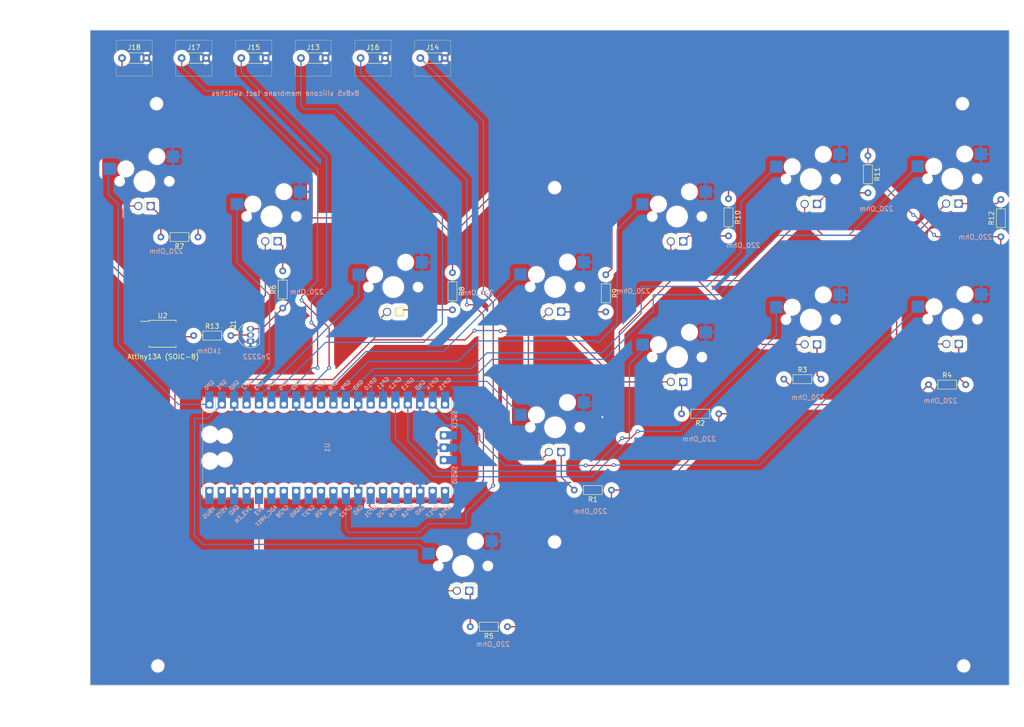
<source format=kicad_pcb>
(kicad_pcb (version 20221018) (generator pcbnew)
  (layers (0 "F.Cu" signal) (31 "B.Cu" signal) (34 "B.Paste" user) (35 "F.Paste" user) (36 "B.SilkS" user "B.Silkscreen") (37 "F.SilkS" user "F.Silkscreen") (38 "B.Mask" user) (39 "F.Mask" user) (44 "Edge.Cuts" user))
  (net 0 "")
  (net 1 "GND")
  (net 2 "/right_in")
  (net 3 "/left_in")
  (net 4 "/down_in")
  (net 5 "/up_in")
  (net 6 "/start")
  (net 7 "/sel")
  (net 8 "/home")
  (net 9 "/l3")
  (net 10 "/r3")
  (net 11 "/a")
  (net 12 "/b")
  (net 13 "/rt")
  (net 14 "/lt")
  (net 15 "/x")
  (net 16 "/y")
  (net 17 "/r1")
  (net 18 "/l1")
  (net 19 "Net-(Q1-B)")
  (net 20 "/led_pwr")
  (net 21 "Net-(U2-PB1)")
  (net 43 "Net-(J18-Pin_1)")
  (net 44 "Net-(J2-Pin_4)")
  (net 45 "Net-(J3-Pin_4)")
  (net 46 "Net-(J4-Pin_4)")
  (net 47 "Net-(J5-Pin_4)")
  (net 48 "Net-(J6-Pin_4)")
  (net 49 "Net-(J7-Pin_4)")
  (net 50 "Net-(J8-Pin_4)")
  (net 51 "Net-(J9-Pin_4)")
  (net 52 "Net-(J10-Pin_4)")
  (net 53 "Net-(J11-Pin_4)")
  (net 54 "Net-(J12-Pin_4)")
  (net 55 "Net-(J1-Pin_4)")
  (net 56 "/gnd_led")
  (footprint "Resistor_THT:R_Axial_DIN0204_L3.6mm_D1.6mm_P7.62mm_Horizontal" (layer "F.Cu") (at 73.16 69.9 180)
    (fp_text reference "R7")
    (fp_text value "R")
  )
  (footprint "Resistor_THT:R_Axial_DIN0204_L3.6mm_D1.6mm_P7.62mm_Horizontal" (layer "F.Cu") (at 90.5 84.47 90)
    (fp_text reference "R6")
    (fp_text value "R")
  )
  (footprint "Resistor_THT:R_Axial_DIN0204_L3.6mm_D1.6mm_P7.62mm_Horizontal" (layer "F.Cu") (at 125.26 77.21 -90)
    (fp_text reference "R8")
    (fp_text value "R")
  )
  (footprint "cheery:MX-Hotswap-1U-LED" (layer "F.Cu") (at 127.43 137.31)
    (fp_text reference "J5" hide)
    (fp_text value "up")
  )
  (footprint "cheery:MX-Hotswap-1U-LED" (layer "F.Cu") (at 227.625 57.98)
    (fp_text reference "J12" hide)
    (fp_text value "LB")
  )
  (footprint "cheery:MX-Hotswap-1U-LED" (layer "F.Cu") (at 227.675 86.74)
    (fp_text reference "J4" hide)
    (fp_text value "LT")
  )
  (footprint "Package_SO:SOIC-8W_5.3x5.3mm_P1.27mm" (layer "F.Cu") (at 65.9 89.72)
    (fp_text reference "U2")
    (fp_text value "ATtiny13A-S")
  )
  (footprint "cheery:MX-Hotswap-1U-LED" (layer "F.Cu") (at 62.188 58.48)
    (fp_text reference "J7" hide)
    (fp_text value "left")
  )
  (footprint "cheery:MX-Hotswap-1U-LED" (layer "F.Cu") (at 171.25 65.71)
    (fp_text reference "J10" hide)
    (fp_text value "Y")
  )
  (footprint "Resistor_THT:R_Axial_DIN0204_L3.6mm_D1.6mm_P7.62mm_Horizontal" (layer "F.Cu") (at 136.52 149.76 180)
    (fp_text reference "R5")
    (fp_text value "R")
  )
  (footprint "Resistor_THT:R_Axial_DIN0204_L3.6mm_D1.6mm_P7.62mm_Horizontal" (layer "F.Cu") (at 222.75 100.15)
    (fp_text reference "R4")
    (fp_text value "R")
  )
  (footprint "Resistor_THT:R_Axial_DIN0204_L3.6mm_D1.6mm_P7.62mm_Horizontal" (layer "F.Cu") (at 237.56 69.85 90)
    (fp_text reference "R12")
    (fp_text value "R")
  )
  (footprint "Resistor_THT:R_Axial_DIN0204_L3.6mm_D1.6mm_P7.62mm_Horizontal" (layer "F.Cu") (at 210.34 53.23 -90)
    (fp_text reference "R11")
    (fp_text value "R")
  )
  (footprint "cheery:MX-Hotswap-1U-LED" (layer "F.Cu") (at 171.26 94.51)
    (fp_text reference "J2" hide)
    (fp_text value "B")
  )
  (footprint "cheery:MX-Hotswap-1U-LED" (layer "F.Cu") (at 146.27 108.89)
    (fp_text reference "J1" hide)
    (fp_text value "A")
  )
  (footprint "Resistor_THT:R_Axial_DIN0204_L3.6mm_D1.6mm_P7.62mm_Horizontal" (layer "F.Cu") (at 156.66 77.62 -90)
    (fp_text reference "R9")
    (fp_text value "R")
  )
  (footprint "Resistor_THT:R_Axial_DIN0204_L3.6mm_D1.6mm_P7.62mm_Horizontal" (layer "F.Cu") (at 181.78 62.05 -90)
    (fp_text reference "R10")
    (fp_text value "R")
  )
  (footprint "cheery:Silicone_Button_2pin_7.4x7.4" (layer "F.Cu") (at 69.8 33.23)
    (fp_text reference "J17")
    (fp_text value "start")
  )
  (footprint "cheery:MX-Hotswap-1U-LED" (layer "F.Cu") (at 198.65 86.83)
    (fp_text reference "J3" hide)
    (fp_text value "RT")
  )
  (footprint "cheery:MX-Hotswap-1U-LED" (layer "F.Cu") (at 198.65 58.04)
    (fp_text reference "J11" hide)
    (fp_text value "RB")
  )
  (footprint "cheery:Silicone_Button_2pin_7.4x7.4" (layer "F.Cu") (at 94.24 33.23)
    (fp_text reference "J13")
    (fp_text value "home")
  )
  (footprint "Resistor_THT:R_Axial_DIN0204_L3.6mm_D1.6mm_P7.62mm_Horizontal" (layer "F.Cu") (at 179.8 106.13 180)
    (fp_text reference "R2")
    (fp_text value "R")
  )
  (footprint "cheery:MX-Hotswap-1U-LED" (layer "F.Cu") (at 146.27 80.12)
    (fp_text reference "J9" hide)
    (fp_text value "X")
  )
  (footprint "Resistor_THT:R_Axial_DIN0204_L3.6mm_D1.6mm_P7.62mm_Horizontal" (layer "F.Cu") (at 72.26 90.1)
    (fp_text reference "R13")
    (fp_text value "2.2k")
  )
  (footprint "cheery:Silicone_Button_2pin_7.4x7.4" (layer "F.Cu") (at 106.46 33.23)
    (fp_text reference "J16")
    (fp_text value "l3")
  )
  (footprint "Package_TO_SOT_THT:TO-92_Inline" (layer "F.Cu") (at 83.9 91.25 90)
    (fp_text reference "Q1")
    (fp_text value "2N3904")
  )
  (footprint "cheery:MX-Hotswap-1U-LED" (layer "F.Cu") (at 88.2 65.69)
    (fp_text reference "J6" hide)
    (fp_text value "down")
  )
  (footprint "cheery:Silicone_Button_2pin_7.4x7.4" (layer "F.Cu") (at 118.68 33.23)
    (fp_text reference "J14")
    (fp_text value "r3")
  )
  (footprint "Resistor_THT:R_Axial_DIN0204_L3.6mm_D1.6mm_P7.62mm_Horizontal" (layer "F.Cu") (at 193.11 99.02)
    (fp_text reference "R3")
    (fp_text value "R")
  )
  (footprint "Resistor_THT:R_Axial_DIN0204_L3.6mm_D1.6mm_P7.62mm_Horizontal" (layer "F.Cu") (at 157.82 121.75 180)
    (fp_text reference "R1")
    (fp_text value "R")
  )
  (footprint "cheery:Silicone_Button_2pin_7.4x7.4" (layer "F.Cu") (at 82.02 33.23)
    (fp_text reference "J15")
    (fp_text value "select")
  )
  (footprint "cheery:Silicone_Button_2pin_7.4x7.4" (layer "F.Cu") (at 57.58 33.23)
    (fp_text reference "J18")
    (fp_text value "Conn_01x02")
  )
  (footprint "cheery:MX-Hotswap-1U-LED" (layer "F.Cu") (at 113.13 80.16)
    (fp_text reference "J8" hide)
    (fp_text value "right")
  )
  (footprint "PICO PI:RPi_Pico_SMD_TH" (layer "B.Cu") (at 99.61 113.08 -90)
    (fp_text reference "U1")
    (fp_text value "Pico")
  )
  (gr_circle (center 64.67 42.59) (end 66.02 42.59) (stroke (width 0.1)) (fill none) (layer "Edge.Cuts"))
  (gr_circle (center 229.96 157.8) (end 231.31 157.8) (stroke (width 0.1)) (fill none) (layer "Edge.Cuts"))
  (gr_circle (center 229.7 42.59) (end 231.05 42.59) (stroke (width 0.1)) (fill none) (layer "Edge.Cuts"))
  (gr_circle (center 146.18 132.39) (end 147.53 132.39) (stroke (width 0.1)) (fill none) (layer "Edge.Cuts"))
  (gr_circle (center 64.93 157.8) (end 66.28 157.8) (stroke (width 0.1)) (fill none) (layer "Edge.Cuts"))
  (gr_circle (center 146.18 59.79) (end 147.53 59.79) (stroke (width 0.1)) (fill none) (layer "Edge.Cuts"))
  (gr_rect (start 51.09 27.54) (end 239.28 161.76) (stroke (width 0.1)) (fill none) (layer "Edge.Cuts"))
  (gr_text "220_Ohm" (at 228.73 104.04) (layer "B.SilkS") (effects (font (size 1 1)) (justify left bottom mirror)))
  (gr_text "220_Ohm" (at 70.18 73.39) (layer "B.SilkS") (effects (font (size 1 1)) (justify left bottom mirror)))
  (gr_text "2n2222" (at 88.06 95.01) (layer "B.SilkS") (effects (font (size 1 1)) (justify left bottom mirror)))
  (gr_text "220_Ohm" (at 133.87 81.9) (layer "B.SilkS") (effects (font (size 1 1)) (justify left bottom mirror)))
  (gr_text "1kOhm" (at 78.01 93.82) (layer "B.SilkS") (effects (font (size 1 1)) (justify left bottom mirror)))
  (gr_text "220_Ohm" (at 215.62 64.7) (layer "B.SilkS") (effects (font (size 1 1)) (justify left bottom mirror)))
  (gr_text "220_Ohm" (at 137.11 153.94) (layer "B.SilkS") (effects (font (size 1 1)) (justify left bottom mirror)))
  (gr_text "220_Ohm" (at 235.89 70.49) (layer "B.SilkS") (effects (font (size 1 1)) (justify left bottom mirror)))
  (gr_text "8x8x5 silicone membrane tact switches" (at 106.28 41.03) (layer "B.SilkS") (effects (font (size 1 1)) (justify left bottom mirror)))
  (gr_text "220_Ohm" (at 165.89 81.56) (layer "B.SilkS") (effects (font (size 1 1)) (justify left bottom mirror)))
  (gr_text "220_Ohm" (at 201.65 103.36) (layer "B.SilkS") (effects (font (size 1 1)) (justify left bottom mirror)))
  (gr_text "220_Ohm" (at 98.96 81.73) (layer "B.SilkS") (effects (font (size 1 1)) (justify left bottom mirror)))
  (gr_text "220_Ohm" (at 179.34 111.88) (layer "B.SilkS") (effects (font (size 1 1)) (justify left bottom mirror)))
  (gr_text "220_Ohm" (at 188.37 72.19) (layer "B.SilkS") (effects (font (size 1 1)) (justify left bottom mirror)))
  (gr_text "220_Ohm" (at 157.03 126.69) (layer "B.SilkS") (effects (font (size 1 1)) (justify left bottom mirror)))
  (gr_text "Attiny13A (SOIC-8)" (at 58.59 95.01) (layer "F.SilkS") (effects (font (size 1 1)) (justify left bottom)))
  (via (at 155.95 106.81) (size 0.8) (drill 0.4) (layers "F.Cu" "B.Cu") (net 1))
  (segment (start 152.95 103.81) (end 155.95 106.81) (width 0.25) (layer "B.Cu") (net 1))
  (segment (start 152.112 103.81) (end 152.95 103.81) (width 0.25) (layer "B.Cu") (net 1))
  (segment (start 85.64 104.19) (end 85.64 102.58) (width 0.25) (layer "B.Cu") (net 2))
  (segment (start 106.045 82.175) (end 106.045 77.62) (width 0.25) (layer "B.Cu") (net 2))
  (segment (start 85.64 102.58) (end 106.045 82.175) (width 0.25) (layer "B.Cu") (net 2))
  (segment (start 56.85 63.2) (end 54.78 61.13) (width 0.25) (layer "B.Cu") (net 3))
  (segment (start 56.85 91.9) (end 56.85 63.2) (width 0.25) (layer "B.Cu") (net 3))
  (segment (start 69.14 104.19) (end 56.85 91.9) (width 0.25) (layer "B.Cu") (net 3))
  (segment (start 54.78 56.263) (end 55.103 55.94) (width 0.25) (layer "B.Cu") (net 3))
  (segment (start 54.78 61.13) (end 54.78 56.263) (width 0.25) (layer "B.Cu") (net 3))
  (segment (start 75.48 104.19) (end 69.14 104.19) (width 0.25) (layer "B.Cu") (net 3))
  (segment (start 87.81 81.77) (end 81.115 75.075) (width 0.25) (layer "B.Cu") (net 4))
  (segment (start 83.1 104.19) (end 83.1 100.74) (width 0.25) (layer "B.Cu") (net 4))
  (segment (start 81.115 75.075) (end 81.115 63.15) (width 0.25) (layer "B.Cu") (net 4))
  (segment (start 83.1 100.74) (end 87.81 96.03) (width 0.25) (layer "B.Cu") (net 4))
  (segment (start 87.81 96.03) (end 87.81 81.77) (width 0.25) (layer "B.Cu") (net 4))
  (segment (start 78.02 104.19) (end 75.11 107.1) (width 0.25) (layer "B.Cu") (net 5))
  (segment (start 74.195 132.895) (end 118.47 132.895) (width 0.25) (layer "B.Cu") (net 5))
  (segment (start 75.11 107.1) (end 72.42 107.1) (width 0.25) (layer "B.Cu") (net 5))
  (segment (start 118.47 132.895) (end 120.345 134.77) (width 0.25) (layer "B.Cu") (net 5))
  (segment (start 72.42 107.1) (end 72.42 131.12) (width 0.25) (layer "B.Cu") (net 5))
  (segment (start 72.42 131.12) (end 74.195 132.895) (width 0.25) (layer "B.Cu") (net 5))
  (segment (start 100 88.53) (end 94.36 82.89) (width 0.25) (layer "F.Cu") (net 6))
  (segment (start 100 96.73) (end 100 88.53) (width 0.25) (layer "F.Cu") (net 6))
  (via (at 94.36 82.89) (size 0.8) (drill 0.4) (layers "F.Cu" "B.Cu") (net 6))
  (via (at 100 96.73) (size 0.8) (drill 0.4) (layers "F.Cu" "B.Cu") (net 6))
  (segment (start 74.7 39.92) (end 69.8 35.02) (width 0.25) (layer "B.Cu") (net 6))
  (segment (start 95.8 100.93) (end 100 96.73) (width 0.25) (layer "B.Cu") (net 6))
  (segment (start 97.64 78.88) (end 97.64 55.95) (width 0.25) (layer "B.Cu") (net 6))
  (segment (start 95.8 104.19) (end 95.8 100.93) (width 0.25) (layer "B.Cu") (net 6))
  (segment (start 81.61 39.92) (end 74.7 39.92) (width 0.25) (layer "B.Cu") (net 6))
  (segment (start 97.64 55.95) (end 81.61 39.92) (width 0.25) (layer "B.Cu") (net 6))
  (segment (start 94.36 82.89) (end 94.36 82.16) (width 0.25) (layer "B.Cu") (net 6))
  (segment (start 69.8 35.02) (end 69.8 33.23) (width 0.25) (layer "B.Cu") (net 6))
  (segment (start 94.36 82.16) (end 97.64 78.88) (width 0.25) (layer "B.Cu") (net 6))
  (segment (start 97.64 96.73) (end 97.64 88.72) (width 0.25) (layer "F.Cu") (net 7))
  (segment (start 97.64 88.72) (end 96.36 87.44) (width 0.25) (layer "F.Cu") (net 7))
  (via (at 97.64 96.73) (size 0.8) (drill 0.4) (layers "F.Cu" "B.Cu") (net 7))
  (via (at 96.36 87.44) (size 0.8) (drill 0.4) (layers "F.Cu" "B.Cu") (net 7))
  (segment (start 96.36 87.44) (end 96.36 82.89) (width 0.25) (layer "B.Cu") (net 7))
  (segment (start 82.02 36.14) (end 82.02 33.23) (width 0.25) (layer "B.Cu") (net 7))
  (segment (start 90.72 104.19) (end 90.72 102.58) (width 0.25) (layer "B.Cu") (net 7))
  (segment (start 96.57 96.73) (end 97.64 96.73) (width 0.25) (layer "B.Cu") (net 7))
  (segment (start 99.46 53.58) (end 82.02 36.14) (width 0.25) (layer "B.Cu") (net 7))
  (segment (start 90.72 102.58) (end 96.57 96.73) (width 0.25) (layer "B.Cu") (net 7))
  (segment (start 99.46 79.79) (end 99.46 53.58) (width 0.25) (layer "B.Cu") (net 7))
  (segment (start 96.36 82.89) (end 99.46 79.79) (width 0.25) (layer "B.Cu") (net 7))
  (segment (start 123.19 87.66) (end 123.19 65.6) (width 0.25) (layer "B.Cu") (net 8))
  (segment (start 94.24 43.02) (end 94.24 33.23) (width 0.25) (layer "B.Cu") (net 8))
  (segment (start 88.18 104.19) (end 88.18 102.58) (width 0.25) (layer "B.Cu") (net 8))
  (segment (start 101.29 43.7) (end 94.92 43.7) (width 0.25) (layer "B.Cu") (net 8))
  (segment (start 123.19 65.6) (end 101.29 43.7) (width 0.25) (layer "B.Cu") (net 8))
  (segment (start 94.92 43.7) (end 94.24 43.02) (width 0.25) (layer "B.Cu") (net 8))
  (segment (start 99.27 91.49) (end 119.36 91.49) (width 0.25) (layer "B.Cu") (net 8))
  (segment (start 119.36 91.49) (end 123.19 87.66) (width 0.25) (layer "B.Cu") (net 8))
  (segment (start 88.18 102.58) (end 99.27 91.49) (width 0.25) (layer "B.Cu") (net 8))
  (segment (start 108.7 125.48) (end 108.15 124.93) (width 0.25) (layer "F.Cu") (net 9))
  (segment (start 129.5 83.79) (end 131.6 85.89) (width 0.25) (layer "F.Cu") (net 9))
  (segment (start 131.6 85.89) (end 131.6 119.76) (width 0.25) (layer "F.Cu") (net 9))
  (segment (start 108.15 124.93) (end 108.5 124.58) (width 0.25) (layer "F.Cu") (net 9))
  (segment (start 126.72 124.64) (end 126.72 125.48) (width 0.25) (layer "F.Cu") (net 9))
  (segment (start 131.6 119.76) (end 126.72 124.64) (width 0.25) (layer "F.Cu") (net 9))
  (segment (start 108.5 124.58) (end 108.5 121.97) (width 0.25) (layer "F.Cu") (net 9))
  (segment (start 128.2 83.79) (end 129.5 83.79) (width 0.25) (layer "F.Cu") (net 9))
  (segment (start 126.72 125.48) (end 108.7 125.48) (width 0.25) (layer "F.Cu") (net 9))
  (via (at 128.2 83.79) (size 0.8) (drill 0.4) (layers "F.Cu" "B.Cu") (net 9))
  (segment (start 106.46 36.44) (end 126.26 56.24) (width 0.25) (layer "B.Cu") (net 9))
  (segment (start 126.26 56.24) (end 128.2 58.18) (width 0.25) (layer "B.Cu") (net 9))
  (segment (start 128.2 58.18) (end 128.2 83.79) (width 0.25) (layer "B.Cu") (net 9))
  (segment (start 106.46 33.23) (end 106.46 36.44) (width 0.25) (layer "B.Cu") (net 9))
  (segment (start 133.61 120.83) (end 133.61 83.37) (width 0.25) (layer "F.Cu") (net 10))
  (segment (start 133.61 83.37) (end 131.6 81.36) (width 0.25) (layer "F.Cu") (net 10))
  (via (at 133.61 120.83) (size 0.8) (drill 0.4) (layers "F.Cu" "B.Cu") (net 10))
  (via (at 131.6 81.36) (size 0.8) (drill 0.4) (layers "F.Cu" "B.Cu") (net 10))
  (segment (start 118.53 130.42) (end 119.67 129.28) (width 0.25) (layer "B.Cu") (net 10))
  (segment (start 131.6 81.36) (end 131.6 46.15) (width 0.25) (layer "B.Cu") (net 10))
  (segment (start 119.67 129.28) (end 120.29 128.66) (width 0.25) (layer "B.Cu") (net 10))
  (segment (start 103.42 121.97) (end 103.42 129.8) (width 0.25) (layer "B.Cu") (net 10))
  (segment (start 104.04 130.42) (end 118.53 130.42) (width 0.25) (layer "B.Cu") (net 10))
  (segment (start 128.06 128.66) (end 128.06 126.38) (width 0.25) (layer "B.Cu") (net 10))
  (segment (start 128.06 126.38) (end 133.61 120.83) (width 0.25) (layer "B.Cu") (net 10))
  (segment (start 131.6 46.15) (end 118.68 33.23) (width 0.25) (layer "B.Cu") (net 10))
  (segment (start 103.42 129.8) (end 104.04 130.42) (width 0.25) (layer "B.Cu") (net 10))
  (segment (start 120.29 128.66) (end 128.06 128.66) (width 0.25) (layer "B.Cu") (net 10))
  (segment (start 111.04 104.19) (end 111.04 99.58) (width 0.25) (layer "B.Cu") (net 11))
  (segment (start 111.04 99.58) (end 110.94 99.48) (width 0.25) (layer "B.Cu") (net 11))
  (segment (start 132.315 99.48) (end 139.185 106.35) (width 0.25) (layer "B.Cu") (net 11))
  (segment (start 110.94 99.48) (end 132.315 99.48) (width 0.25) (layer "B.Cu") (net 11))
  (segment (start 153.83 119.03) (end 161.5 111.36) (width 0.25) (layer "B.Cu") (net 12))
  (segment (start 161.5 95.9) (end 164.175 93.225) (width 0.25) (layer "B.Cu") (net 12))
  (segment (start 164.175 93.225) (end 164.175 91.97) (width 0.25) (layer "B.Cu") (net 12))
  (segment (start 161.5 111.36) (end 161.5 95.9) (width 0.25) (layer "B.Cu") (net 12))
  (segment (start 113.58 111.27) (end 121.34 119.03) (width 0.25) (layer "B.Cu") (net 12))
  (segment (start 113.58 104.19) (end 113.58 111.27) (width 0.25) (layer "B.Cu") (net 12))
  (segment (start 121.34 119.03) (end 153.83 119.03) (width 0.25) (layer "B.Cu") (net 12))
  (segment (start 161.79 111.12) (end 163.19 109.72) (width 0.25) (layer "F.Cu") (net 13))
  (segment (start 160.03 111.12) (end 161.79 111.12) (width 0.25) (layer "F.Cu") (net 13))
  (via (at 160.03 111.12) (size 0.8) (drill 0.4) (layers "F.Cu" "B.Cu") (net 13))
  (via (at 163.19 109.72) (size 0.8) (drill 0.4) (layers "F.Cu" "B.Cu") (net 13))
  (segment (start 171.87 109.72) (end 191.565 90.025) (width 0.25) (layer "B.Cu") (net 13))
  (segment (start 119.81 115.38) (end 122.31 117.88) (width 0.25) (layer "B.Cu") (net 13))
  (segment (start 122.31 117.88) (end 152.38 117.88) (width 0.25) (layer "B.Cu") (net 13))
  (segment (start 152.38 117.88) (end 153.27 117.88) (width 0.25) (layer "B.Cu") (net 13))
  (segment (start 191.565 90.025) (end 191.565 84.29) (width 0.25) (layer "B.Cu") (net 13))
  (segment (start 116.12 111.69) (end 119.81 115.38) (width 0.25) (layer "B.Cu") (net 13))
  (segment (start 153.27 117.88) (end 160.03 111.12) (width 0.25) (layer "B.Cu") (net 13))
  (segment (start 116.12 104.19) (end 116.12 111.69) (width 0.25) (layer "B.Cu") (net 13))
  (segment (start 163.19 109.72) (end 171.87 109.72) (width 0.25) (layer "B.Cu") (net 13))
  (segment (start 152.53 116.71) (end 158.18 116.71) (width 0.25) (layer "F.Cu") (net 14))
  (segment (start 158.18 116.71) (end 158.26 116.63) (width 0.25) (layer "F.Cu") (net 14))
  (via (at 152.53 116.71) (size 0.8) (drill 0.4) (layers "F.Cu" "B.Cu") (net 14))
  (via (at 158.26 116.63) (size 0.8) (drill 0.4) (layers "F.Cu" "B.Cu") (net 14))
  (segment (start 158.26 116.63) (end 188.16 116.63) (width 0.25) (layer "B.Cu") (net 14))
  (segment (start 188.16 116.63) (end 220.59 84.2) (width 0.25) (layer "B.Cu") (net 14))
  (segment (start 124.23 107.22) (end 125.99 107.22) (width 0.25) (layer "B.Cu") (net 14))
  (segment (start 125.99 107.22) (end 127.75 107.22) (width 0.25) (layer "B.Cu") (net 14))
  (segment (start 130.84 111.56) (end 135.99 116.71) (width 0.25) (layer "B.Cu") (net 14))
  (segment (start 137.02 116.71) (end 152.53 116.71) (width 0.25) (layer "B.Cu") (net 14))
  (segment (start 135.99 116.71) (end 137.02 116.71) (width 0.25) (layer "B.Cu") (net 14))
  (segment (start 121.2 104.19) (end 124.23 107.22) (width 0.25) (layer "B.Cu") (net 14))
  (segment (start 130.84 110.31) (end 130.84 111.56) (width 0.25) (layer "B.Cu") (net 14))
  (segment (start 127.75 107.22) (end 130.84 110.31) (width 0.25) (layer "B.Cu") (net 14))
  (segment (start 98.34 102.58) (end 107.56 93.36) (width 0.25) (layer "B.Cu") (net 15))
  (segment (start 98.34 104.19) (end 98.34 102.58) (width 0.25) (layer "B.Cu") (net 15))
  (segment (start 107.56 93.36) (end 123.405 93.36) (width 0.25) (layer "B.Cu") (net 15))
  (segment (start 123.405 93.36) (end 139.185 77.58) (width 0.25) (layer "B.Cu") (net 15))
  (segment (start 126.38 95.39) (end 130.58 91.19) (width 0.25) (layer "B.Cu") (net 16))
  (segment (start 155.07 91.63) (end 158.98 87.72) (width 0.25) (layer "B.Cu") (net 16))
  (segment (start 100.88 104.19) (end 100.88 102.58) (width 0.25) (layer "B.Cu") (net 16))
  (segment (start 100.88 102.58) (end 108.07 95.39) (width 0.25) (layer "B.Cu") (net 16))
  (segment (start 158.98 68.355) (end 164.165 63.17) (width 0.25) (layer "B.Cu") (net 16))
  (segment (start 108.07 95.39) (end 126.38 95.39) (width 0.25) (layer "B.Cu") (net 16))
  (segment (start 154.63 91.19) (end 155.07 91.63) (width 0.25) (layer "B.Cu") (net 16))
  (segment (start 130.58 91.19) (end 154.63 91.19) (width 0.25) (layer "B.Cu") (net 16))
  (segment (start 158.98 87.72) (end 158.98 68.355) (width 0.25) (layer "B.Cu") (net 16))
  (segment (start 103.42 102.58) (end 109.16 96.84) (width 0.25) (layer "B.Cu") (net 17))
  (segment (start 109.16 96.84) (end 129.13 96.84) (width 0.25) (layer "B.Cu") (net 17))
  (segment (start 163.91 80.03) (end 177.38 80.03) (width 0.25) (layer "B.Cu") (net 17))
  (segment (start 163.91 85.54) (end 163.91 80.03) (width 0.25) (layer "B.Cu") (net 17))
  (segment (start 177.38 80.03) (end 184.33 73.08) (width 0.25) (layer "B.Cu") (net 17))
  (segment (start 103.42 104.19) (end 103.42 102.58) (width 0.25) (layer "B.Cu") (net 17))
  (segment (start 184.33 73.08) (end 184.33 62.735) (width 0.25) (layer "B.Cu") (net 17))
  (segment (start 155.8 93.65) (end 163.91 85.54) (width 0.25) (layer "B.Cu") (net 17))
  (segment (start 132.32 93.65) (end 155.8 93.65) (width 0.25) (layer "B.Cu") (net 17))
  (segment (start 184.33 62.735) (end 191.565 55.5) (width 0.25) (layer "B.Cu") (net 17))
  (segment (start 129.13 96.84) (end 132.32 93.65) (width 0.25) (layer "B.Cu") (net 17))
  (segment (start 130 98.29) (end 133.33 94.96) (width 0.25) (layer "B.Cu") (net 18))
  (segment (start 108.5 104.19) (end 108.7 103.99) (width 0.25) (layer "B.Cu") (net 18))
  (segment (start 108.7 99.45) (end 109.28 98.87) (width 0.25) (layer "B.Cu") (net 18))
  (segment (start 206.44 69.54) (end 220.54 55.44) (width 0.25) (layer "B.Cu") (net 18))
  (segment (start 179.76 81.73) (end 191.95 69.54) (width 0.25) (layer "B.Cu") (net 18))
  (segment (start 166.38 85.41) (end 166.38 81.88) (width 0.25) (layer "B.Cu") (net 18))
  (segment (start 109.28 98.87) (end 109.28 98.29) (width 0.25) (layer "B.Cu") (net 18))
  (segment (start 156.35 94.96) (end 165.9 85.41) (width 0.25) (layer "B.Cu") (net 18))
  (segment (start 133.33 94.96) (end 156.35 94.96) (width 0.25) (layer "B.Cu") (net 18))
  (segment (start 166.38 81.88) (end 166.53 81.73) (width 0.25) (layer "B.Cu") (net 18))
  (segment (start 165.9 85.41) (end 166.38 85.41) (width 0.25) (layer "B.Cu") (net 18))
  (segment (start 109.28 98.29) (end 130 98.29) (width 0.25) (layer "B.Cu") (net 18))
  (segment (start 166.53 81.73) (end 179.76 81.73) (width 0.25) (layer "B.Cu") (net 18))
  (segment (start 191.95 69.54) (end 206.44 69.54) (width 0.25) (layer "B.Cu") (net 18))
  (segment (start 108.7 103.99) (end 108.7 99.45) (width 0.25) (layer "B.Cu") (net 18))
  (segment (start 80 89.98) (end 79.88 90.1) (width 0.25) (layer "F.Cu") (net 19))
  (segment (start 83.9 89.98) (end 80 89.98) (width 0.25) (layer "F.Cu") (net 19))
  (segment (start 216.22 89.72) (end 216.11 89.83) (width 0.25) (layer "F.Cu") (net 20))
  (segment (start 143.41 115.56) (end 145 113.97) (width 0.25) (layer "F.Cu") (net 20))
  (segment (start 72.48 83.44) (end 72.48 83.29) (width 0.25) (layer "F.Cu") (net 20))
  (segment (start 136.43 100.95) (end 136.43 112.07) (width 0.25) (layer "F.Cu") (net 20))
  (segment (start 188.66 91.91) (end 197.38 91.91) (width 0.25) (layer "F.Cu") (net 20))
  (segment (start 136.43 112.07) (end 139.92 115.56) (width 0.25) (layer "F.Cu") (net 20))
  (segment (start 58.76 65.65) (end 58.76 63.9) (width 0.25) (layer "F.Cu") (net 20))
  (segment (start 108.9 90.98) (end 127.87 90.98) (width 0.25) (layer "F.Cu") (net 20))
  (segment (start 58.76 63.9) (end 58.63 63.77) (width 0.25) (layer "F.Cu") (net 20))
  (segment (start 108.9 90.98) (end 109.72 90.16) (width 0.25) (layer "F.Cu") (net 20))
  (segment (start 197.38 65.51) (end 197.38 63.12) (width 0.25) (layer "F.Cu") (net 20))
  (segment (start 216.11 89.83) (end 218.1 91.82) (width 0.25) (layer "F.Cu") (net 20))
  (segment (start 88.14 142.39) (end 85.64 139.89) (width 0.25) (layer "F.Cu") (net 20))
  (segment (start 109.72 87.38) (end 111.86 85.24) (width 0.25) (layer "F.Cu") (net 20))
  (segment (start 72.125 95.635) (end 75.59 99.1) (width 0.25) (layer "F.Cu") (net 20))
  (segment (start 72.48 83.29) (end 72.48 81.76) (width 0.25) (layer "F.Cu") (net 20))
  (segment (start 58.63 63.77) (end 58.84 63.56) (width 0.25) (layer "F.Cu") (net 20))
  (segment (start 100.78 99.1) (end 108.9 90.98) (width 0.25) (layer "F.Cu") (net 20))
  (segment (start 58.84 63.56) (end 60.918 63.56) (width 0.25) (layer "F.Cu") (net 20))
  (segment (start 76.38 87.11) (end 72.56 83.29) (width 0.25) (layer "F.Cu") (net 20))
  (segment (start 72.48 81.76) (end 60.26 69.54) (width 0.25) (layer "F.Cu") (net 20))
  (segment (start 85 83.8) (end 86.93 81.87) (width 0.25) (layer "F.Cu") (net 20))
  (segment (start 140.79 89.18) (end 140.79 96.59) (width 0.25) (layer "F.Cu") (net 20))
  (segment (start 159.43 99.59) (end 169.99 99.59) (width 0.25) (layer "F.Cu") (net 20))
  (segment (start 109.72 90.16) (end 109.72 87.38) (width 0.25) (layer "F.Cu") (net 20))
  (segment (start 79.69 83.8) (end 85 83.8) (width 0.25) (layer "F.Cu") (net 20))
  (segment (start 175.6 78.85) (end 188.66 91.91) (width 0.25) (layer "F.Cu") (net 20))
  (segment (start 75.59 99.1) (end 100.78 99.1) (width 0.25) (layer "F.Cu") (net 20))
  (segment (start 139.92 115.56) (end 143.41 115.56) (width 0.25) (layer "F.Cu") (net 20))
  (segment (start 175.35 78.85) (end 184.04 78.85) (width 0.25) (layer "F.Cu") (net 20))
  (segment (start 140.79 96.59) (end 136.43 100.95) (width 0.25) (layer "F.Cu") (net 20))
  (segment (start 68.43 134.56) (end 76.26 142.39) (width 0.25) (layer "F.Cu") (net 20))
  (segment (start 201.12 69.55) (end 219.865 69.55) (width 0.25) (layer "F.Cu") (net 20))
  (segment (start 68.43 98.73) (end 70.51 96.65) (width 0.25) (layer "F.Cu") (net 20))
  (segment (start 60.26 69.54) (end 60.26 67.15) (width 0.25) (layer "F.Cu") (net 20))
  (segment (start 140.79 89.18) (end 148.87 89.18) (width 0.25) (layer "F.Cu") (net 20))
  (segment (start 76.32 91.44) (end 76.32 87.17) (width 0.25) (layer "F.Cu") (net 20))
  (segment (start 72.48 83.44) (end 69.55 86.37) (width 0.25) (layer "F.Cu") (net 20))
  (segment (start 159.28 99.59) (end 159.43 99.59) (width 0.25) (layer "F.Cu") (net 20))
  (segment (start 197.23 65.66) (end 201.12 69.55) (width 0.25) (layer "F.Cu") (net 20))
  (segment (start 70.51 96.65) (end 71.11 96.65) (width 0.25) (layer "F.Cu") (net 20))
  (segment (start 159.43 99.59) (end 159.43 89.4) (width 0.25) (layer "F.Cu") (net 20))
  (segment (start 69.55 86.37) (end 69.55 87.815) (width 0.25) (layer "F.Cu") (net 20))
  (segment (start 140.79 89.18) (end 141.02 89.18) (width 0.25) (layer "F.Cu") (net 20))
  (segment (start 127.87 90.98) (end 129.78 89.07) (width 0.25) (layer "F.Cu") (net 20))
  (segment (start 219.865 69.55) (end 219.865 73.995) (width 0.25) (layer "F.Cu") (net 20))
  (segment (start 76.32 87.17) (end 76.38 87.11) (width 0.25) (layer "F.Cu") (net 20))
  (segment (start 72.125 95.635) (end 76.32 91.44) (width 0.25) (layer "F.Cu") (net 20))
  (segment (start 135.12 89.18) (end 140.79 89.18) (width 0.25) (layer "F.Cu") (net 20))
  (segment (start 219.865 73.995) (end 216.22 77.64) (width 0.25) (layer "F.Cu") (net 20))
  (segment (start 68.43 115) (end 68.43 98.73) (width 0.25) (layer "F.Cu") (net 20))
  (segment (start 175.35 78.85) (end 175.6 78.85) (width 0.25) (layer "F.Cu") (net 20))
  (segment (start 159.43 89.4) (end 169.98 78.85) (width 0.25) (layer "F.Cu") (net 20))
  (segment (start 86.93 81.87) (end 86.93 70.77) (width 0.25) (layer "F.Cu") (net 20))
  (segment (start 148.87 89.18) (end 159.28 99.59) (width 0.25) (layer "F.Cu") (net 20))
  (segment (start 216.22 77.64) (end 216.22 89.72) (width 0.25) (layer "F.Cu") (net 20))
  (segment (start 219.865 69.55) (end 226.355 63.06) (width 0.25) (layer "F.Cu") (net 20))
  (segment (start 76.26 142.39) (end 88.35 142.39) (width 0.25) (layer "F.Cu") (net 20))
  (segment (start 218.1 91.82) (end 226.405 91.82) (width 0.25) (layer "F.Cu") (net 20))
  (segment (start 169.98 78.85) (end 169.98 70.79) (width 0.25) (layer "F.Cu") (net 20))
  (segment (start 85.64 139.89) (end 85.64 121.97) (width 0.25) (layer "F.Cu") (net 20))
  (segment (start 68.43 115) (end 68.43 134.56) (width 0.25) (layer "F.Cu") (net 20))
  (segment (start 71.11 96.65) (end 72.125 95.635) (width 0.25) (layer "F.Cu") (net 20))
  (segment (start 88.35 142.39) (end 88.14 142.39) (width 0.25) (layer "F.Cu") (net 20))
  (segment (start 72.56 83.29) (end 72.48 83.29) (width 0.25) (layer "F.Cu") (net 20))
  (segment (start 88.35 142.39) (end 126.16 142.39) (width 0.25) (layer "F.Cu") (net 20))
  (segment (start 60.26 67.15) (end 58.76 65.65) (width 0.25) (layer "F.Cu") (net 20))
  (segment (start 169.98 78.85) (end 175.35 78.85) (width 0.25) (layer "F.Cu") (net 20))
  (segment (start 76.38 87.11) (end 79.69 83.8) (width 0.25) (layer "F.Cu") (net 20))
  (segment (start 197.23 65.66) (end 197.38 65.51) (width 0.25) (layer "F.Cu") (net 20))
  (segment (start 141.02 89.18) (end 145 85.2) (width 0.25) (layer "F.Cu") (net 20))
  (segment (start 184.04 78.85) (end 197.23 65.66) (width 0.25) (layer "F.Cu") (net 20))
  (via (at 135.12 89.18) (size 0.8) (drill 0.4) (layers "F.Cu" "B.Cu") (net 20))
  (via (at 129.78 89.07) (size 0.8) (drill 0.4) (layers "F.Cu" "B.Cu") (net 20))
  (segment (start 135.01 89.07) (end 135.12 89.18) (width 0.25) (layer "B.Cu") (net 20))
  (segment (start 129.78 89.07) (end 135.01 89.07) (width 0.25) (layer "B.Cu") (net 20))
  (segment (start 69.55 90.355) (end 72.005 90.355) (width 0.25) (layer "F.Cu") (net 21))
  (segment (start 72.005 90.355) (end 72.26 90.1) (width 0.25) (layer "F.Cu") (net 21))
  (segment (start 57.58 42.93) (end 57.58 33.23) (width 0.25) (layer "F.Cu") (net 43))
  (segment (start 69 91.65) (end 66.3 91.65) (width 0.25) (layer "F.Cu") (net 43))
  (segment (start 66.3 91.65) (end 66.3 86.45) (width 0.25) (layer "F.Cu") (net 43))
  (segment (start 52.52 72.67) (end 52.52 47.99) (width 0.25) (layer "F.Cu") (net 43))
  (segment (start 69.025 91.625) (end 69 91.65) (width 0.25) (layer "F.Cu") (net 43))
  (segment (start 66.3 86.45) (end 52.52 72.67) (width 0.25) (layer "F.Cu") (net 43))
  (segment (start 69.55 91.625) (end 69.025 91.625) (width 0.25) (layer "F.Cu") (net 43))
  (segment (start 52.52 47.99) (end 57.58 42.93) (width 0.25) (layer "F.Cu") (net 43))
  (segment (start 172.18 99.94) (end 172.53 99.59) (width 0.25) (layer "F.Cu") (net 44))
  (segment (start 172.18 106.13) (end 172.18 99.94) (width 0.25) (layer "F.Cu") (net 44))
  (segment (start 199.92 98.21) (end 200.73 99.02) (width 0.25) (layer "F.Cu") (net 45))
  (segment (start 199.92 91.91) (end 199.92 98.21) (width 0.25) (layer "F.Cu") (net 45))
  (segment (start 228.945 98.725) (end 228.945 91.82) (width 0.25) (layer "F.Cu") (net 46))
  (segment (start 230.37 100.15) (end 228.945 98.725) (width 0.25) (layer "F.Cu") (net 46))
  (segment (start 128.9 142.59) (end 128.7 142.39) (width 0.25) (layer "F.Cu") (net 47))
  (segment (start 128.9 149.76) (end 128.9 142.59) (width 0.25) (layer "F.Cu") (net 47))
  (segment (start 90.5 71.8) (end 89.47 70.77) (width 0.25) (layer "F.Cu") (net 48))
  (segment (start 90.5 76.85) (end 90.5 71.8) (width 0.25) (layer "F.Cu") (net 48))
  (segment (start 65.54 65.642) (end 63.458 63.56) (width 0.25) (layer "F.Cu") (net 49))
  (segment (start 65.54 69.9) (end 65.54 65.642) (width 0.25) (layer "F.Cu") (net 49))
  (segment (start 125.26 84.83) (end 114.81 84.83) (width 0.25) (layer "F.Cu") (net 50))
  (segment (start 114.81 84.83) (end 114.4 85.24) (width 0.25) (layer "F.Cu") (net 50))
  (segment (start 147.58 85.24) (end 147.54 85.2) (width 0.25) (layer "F.Cu") (net 51))
  (segment (start 156.66 85.24) (end 147.58 85.24) (width 0.25) (layer "F.Cu") (net 51))
  (segment (start 173.64 69.67) (end 172.52 70.79) (width 0.25) (layer "F.Cu") (net 52))
  (segment (start 181.78 69.67) (end 173.64 69.67) (width 0.25) (layer "F.Cu") (net 52))
  (segment (start 202.19 60.85) (end 199.92 63.12) (width 0.25) (layer "F.Cu") (net 53))
  (segment (start 210.34 60.85) (end 202.19 60.85) (width 0.25) (layer "F.Cu") (net 53))
  (segment (start 236.73 63.06) (end 237.56 62.23) (width 0.25) (layer "F.Cu") (net 54))
  (segment (start 228.895 63.06) (end 236.73 63.06) (width 0.25) (layer "F.Cu") (net 54))
  (segment (start 147.54 119.09) (end 147.54 113.97) (width 0.25) (layer "F.Cu") (net 55))
  (segment (start 150.2 121.75) (end 147.54 119.09) (width 0.25) (layer "F.Cu") (net 55))
  (segment (start 96.53 57.9) (end 93.22 54.59) (width 0.25) (layer "F.Cu") (net 56))
  (segment (start 121.83 65.99) (end 96.53 65.99) (width 0.25) (layer "F.Cu") (net 56))
  (segment (start 195.46 101.37) (end 193.11 99.02) (width 0.25) (layer "F.Cu") (net 56))
  (segment (start 93.22 54.59) (end 78.73 54.59) (width 0.25) (layer "F.Cu") (net 56))
  (segment (start 96.53 65.99) (end 96.53 57.9) (width 0.25) (layer "F.Cu") (net 56))
  (segment (start 222.75 100.15) (end 218.65 104.25) (width 0.25) (layer "F.Cu") (net 56))
  (segment (start 125.26 69.42) (end 125.26 77.21) (width 0.25) (layer "F.Cu") (net 56))
  (segment (start 237.56 102.09) (end 234.78 104.87) (width 0.25) (layer "F.Cu") (net 56))
  (segment (start 237.56 69.85) (end 237.56 102.09) (width 0.25) (layer "F.Cu") (net 56))
  (segment (start 195.46 104.25) (end 193.58 106.13) (width 0.25) (layer "F.Cu") (net 56))
  (segment (start 179.8 106.13) (end 179.8 109.43) (width 0.25) (layer "F.Cu") (net 56))
  (segment (start 210.34 56.09) (end 219.64 65.39) (width 0.25) (layer "F.Cu") (net 56))
  (segment (start 157.82 136.11) (end 144.04 149.89) (width 0.25) (layer "F.Cu") (net 56))
  (segment (start 223.89 69.43) (end 224.31 69.85) (width 0.25) (layer "F.Cu") (net 56))
  (segment (start 141.46 53.22) (end 125.26 69.42) (width 0.25) (layer "F.Cu") (net 56))
  (segment (start 187.3 44.52) (end 181.78 50.04) (width 0.25) (layer "F.Cu") (net 56))
  (segment (start 181.78 50.04) (end 161.11 50.04) (width 0.25) (layer "F.Cu") (net 56))
  (segment (start 144.04 149.89) (end 143.91 149.76) (width 0.25) (layer "F.Cu") (net 56))
  (segment (start 93.55 68.97) (end 96.53 65.99) (width 0.25) (layer "F.Cu") (net 56))
  (segment (start 234.78 104.87) (end 227.47 104.87) (width 0.25) (layer "F.Cu") (net 56))
  (segment (start 179.8 109.43) (end 166.94 122.29) (width 0.25) (layer "F.Cu") (net 56))
  (segment (start 218.65 104.25) (end 195.46 104.25) (width 0.25) (layer "F.Cu") (net 56))
  (segment (start 83.9 88.71) (end 86.26 88.71) (width 0.25) (layer "F.Cu") (net 56))
  (segment (start 195.46 104.25) (end 195.46 101.37) (width 0.25) (layer "F.Cu") (net 56))
  (segment (start 92.59 82.38) (end 92.59 68.97) (width 0.25) (layer "F.Cu") (net 56))
  (segment (start 73.16 60.16) (end 73.16 69.9) (width 0.25) (layer "F.Cu") (net 56))
  (segment (start 193.58 106.13) (end 179.8 106.13) (width 0.25) (layer "F.Cu") (net 56))
  (segment (start 143.91 149.76) (end 136.52 149.76) (width 0.25) (layer "F.Cu") (net 56))
  (segment (start 208.34 44.62) (end 187.4 44.62) (width 0.25) (layer "F.Cu") (net 56))
  (segment (start 224.31 69.85) (end 237.56 69.85) (width 0.25) (layer "F.Cu") (net 56))
  (segment (start 166.94 122.29) (end 166.4 121.75) (width 0.25) (layer "F.Cu") (net 56))
  (segment (start 157.93 76.35) (end 156.66 77.62) (width 0.25) (layer "F.Cu") (net 56))
  (segment (start 210.34 46.62) (end 208.34 44.62) (width 0.25) (layer "F.Cu") (net 56))
  (segment (start 78.73 54.59) (end 73.16 60.16) (width 0.25) (layer "F.Cu") (net 56))
  (segment (start 227.47 104.87) (end 222.75 100.15) (width 0.25) (layer "F.Cu") (net 56))
  (segment (start 157.93 53.22) (end 157.93 76.35) (width 0.25) (layer "F.Cu") (net 56))
  (segment (start 92.59 68.97) (end 93.55 68.97) (width 0.25) (layer "F.Cu") (net 56))
  (segment (start 157.93 53.22) (end 141.46 53.22) (width 0.25) (layer "F.Cu") (net 56))
  (segment (start 125.26 69.42) (end 121.83 65.99) (width 0.25) (layer "F.Cu") (net 56))
  (segment (start 210.34 53.23) (end 210.34 56.09) (width 0.25) (layer "F.Cu") (net 56))
  (segment (start 181.78 50.04) (end 181.78 62.05) (width 0.25) (layer "F.Cu") (net 56))
  (segment (start 157.82 121.75) (end 157.82 136.11) (width 0.25) (layer "F.Cu") (net 56))
  (segment (start 161.11 50.04) (end 157.93 53.22) (width 0.25) (layer "F.Cu") (net 56))
  (segment (start 166.4 121.75) (end 157.82 121.75) (width 0.25) (layer "F.Cu") (net 56))
  (segment (start 86.26 88.71) (end 90.5 84.47) (width 0.25) (layer "F.Cu") (net 56))
  (segment (start 90.5 84.47) (end 92.59 82.38) (width 0.25) (layer "F.Cu") (net 56))
  (segment (start 210.34 53.23) (end 210.34 46.62) (width 0.25) (layer "F.Cu") (net 56))
  (segment (start 187.4 44.62) (end 187.3 44.52) (width 0.25) (layer "F.Cu") (net 56))
  (via (at 223.89 69.43) (size 0.8) (drill 0.4) (layers "F.Cu" "B.Cu") (net 56))
  (via (at 219.64 65.39) (size 0.8) (drill 0.4) (layers "F.Cu" "B.Cu") (net 56))
  (segment (start 219.85 65.39) (end 223.89 69.43) (width 0.25) (layer "B.Cu") (net 56))
  (segment (start 219.64 65.39) (end 219.85 65.39) (width 0.25) (layer "B.Cu") (net 56))
  (zone (net 1) (net_name "GND") (layers "F&B.Cu") (connect_pads (clearance 0.9)) (min_thickness 0.25) (fill yes (thermal_gap 0.5) (thermal_bridge_width 0.5))
    (polygon (pts (xy 47.57 21.99) (xy 242.09 21.33) (xy 242.31 168.33) (xy 32.6 170.31)))
  )
)
</source>
